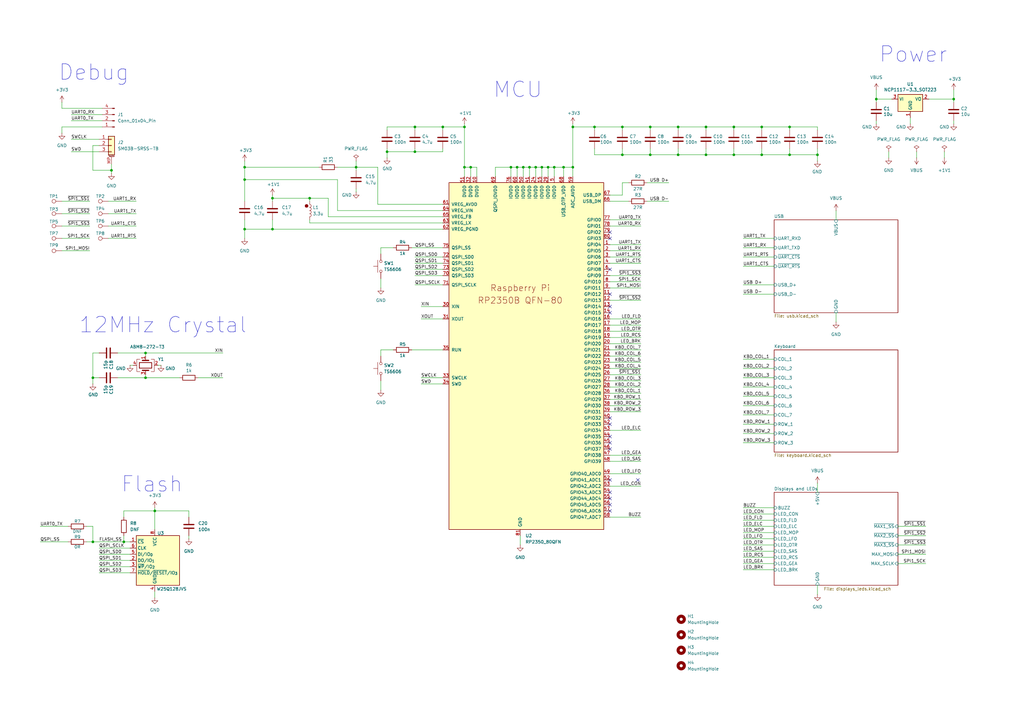
<source format=kicad_sch>
(kicad_sch (version 20250114) (generator "eeschema") (generator_version "9.0")
  (paper "A3")
  (title_block (title "Kerbal Guidance Computer") (date "2025-06-27") (rev "2.0") (company "Šťur") (comment 1 "See LICENSE file for copyright and license details."))
  (circle (center 125.73 84.455) (radius 0.635) (stroke (width 0) (color 132 0 0 1)) (fill (type color) (color 132 0 0 1)))
  (text "Debug" (at 23.876 33.528 0) (effects (font (size 6.35 6.35)) (justify left bottom)))
  (text "12MHz Crystal" (at 32.258 137.16 0) (effects (font (size 6.35 6.35)) (justify left bottom)))
  (text "Flash" (at 49.53 202.438 0) (effects (font (size 6.35 6.35)) (justify left bottom)))
  (text "MCU" (at 202.184 40.64 0) (effects (font (size 6.35 6.35)) (justify left bottom)))
  (text "Power\n" (at 360.426 26.162 0) (effects (font (size 6.35 6.35)) (justify left bottom)))
  (junction (at 193.04 68.58))
  (junction (at 63.5 209.55))
  (junction (at 278.13 52.07))
  (junction (at 227.33 68.58))
  (junction (at 312.42 52.07))
  (junction (at 231.14 68.58))
  (junction (at 209.55 68.58))
  (junction (at 266.7 52.07))
  (junction (at 224.79 68.58))
  (junction (at 289.56 52.07))
  (junction (at 323.85 63.5))
  (junction (at 127 81.28))
  (junction (at 111.76 81.28))
  (junction (at 219.71 68.58))
  (junction (at 111.76 93.98))
  (junction (at 190.5 68.58))
  (junction (at 278.13 63.5))
  (junction (at 266.7 63.5))
  (junction (at 217.17 68.58))
  (junction (at 158.75 62.23))
  (junction (at 359.41 40.64))
  (junction (at 59.69 144.78))
  (junction (at 214.63 68.58))
  (junction (at 300.99 63.5))
  (junction (at 234.95 52.07))
  (junction (at 38.1 222.25))
  (junction (at 335.28 63.5))
  (junction (at 100.33 93.98))
  (junction (at 190.5 52.07))
  (junction (at 170.18 62.23))
  (junction (at 234.95 68.58))
  (junction (at 45.72 69.85))
  (junction (at 300.99 52.07))
  (junction (at 146.05 68.58))
  (junction (at 243.84 52.07))
  (junction (at 59.69 154.94))
  (junction (at 255.27 63.5))
  (junction (at 100.33 68.58))
  (junction (at 255.27 52.07))
  (junction (at 222.25 68.58))
  (junction (at 391.16 40.64))
  (junction (at 170.18 52.07))
  (junction (at 289.56 63.5))
  (junction (at 38.1 154.94))
  (junction (at 50.8 222.25))
  (junction (at 181.61 52.07))
  (junction (at 312.42 63.5))
  (junction (at 323.85 52.07))
  (junction (at 100.33 73.66))
  (junction (at 212.09 68.58))
  (no_connect (at 250.19 120.65))
  (no_connect (at 250.19 110.49))
  (no_connect (at 250.19 196.85))
  (no_connect (at 250.19 125.73))
  (no_connect (at 250.19 173.99))
  (no_connect (at 250.19 204.47))
  (no_connect (at 250.19 209.55))
  (no_connect (at 250.19 128.27))
  (no_connect (at 250.19 171.45))
  (no_connect (at 250.19 95.25))
  (no_connect (at 250.19 181.61))
  (no_connect (at 250.19 207.01))
  (no_connect (at 250.19 184.15))
  (no_connect (at 250.19 97.79))
  (no_connect (at 261.62 196.85))
  (no_connect (at 250.19 201.93))
  (no_connect (at 250.19 179.07))
  (wire (pts (xy 59.69 146.05) (xy 59.69 144.78)))
  (wire (pts (xy 250.19 80.01) (xy 255.27 80.01)))
  (wire (pts (xy 231.14 68.58) (xy 227.33 68.58)))
  (wire (pts (xy 172.72 157.48) (xy 181.61 157.48)))
  (wire (pts (xy 77.47 212.09) (xy 77.47 209.55)))
  (wire (pts (xy 134.62 88.9) (xy 134.62 81.28)))
  (wire (pts (xy 138.43 68.58) (xy 146.05 68.58)))
  (wire (pts (xy 158.75 62.23) (xy 170.18 62.23)))
  (wire (pts (xy 304.8 223.52) (xy 317.5 223.52)))
  (wire (pts (xy 312.42 63.5) (xy 300.99 63.5)))
  (wire (pts (xy 250.19 130.81) (xy 262.89 130.81)))
  (wire (pts (xy 255.27 60.96) (xy 255.27 63.5)))
  (wire (pts (xy 170.18 116.84) (xy 181.61 116.84)))
  (wire (pts (xy 158.75 53.34) (xy 158.75 52.07)))
  (wire (pts (xy 170.18 105.41) (xy 181.61 105.41)))
  (wire (pts (xy 158.75 62.23) (xy 158.75 64.77)))
  (wire (pts (xy 250.19 102.87) (xy 262.89 102.87)))
  (wire (pts (xy 304.8 116.84) (xy 317.5 116.84)))
  (wire (pts (xy 29.21 49.53) (xy 41.91 49.53)))
  (wire (pts (xy 250.19 146.05) (xy 262.89 146.05)))
  (wire (pts (xy 278.13 53.34) (xy 278.13 52.07)))
  (wire (pts (xy 304.8 162.56) (xy 317.5 162.56)))
  (wire (pts (xy 50.8 219.71) (xy 50.8 222.25)))
  (wire (pts (xy 181.61 62.23) (xy 181.61 60.96)))
  (wire (pts (xy 25.4 52.07) (xy 25.4 54.61)))
  (wire (pts (xy 250.19 212.09) (xy 262.89 212.09)))
  (wire (pts (xy 168.91 101.6) (xy 181.61 101.6)))
  (wire (pts (xy 77.47 219.71) (xy 77.47 220.98)))
  (wire (pts (xy 250.19 133.35) (xy 262.89 133.35)))
  (wire (pts (xy 209.55 68.58) (xy 203.2 68.58)))
  (wire (pts (xy 304.8 233.68) (xy 317.5 233.68)))
  (wire (pts (xy 158.75 60.96) (xy 158.75 62.23)))
  (wire (pts (xy 255.27 53.34) (xy 255.27 52.07)))
  (wire (pts (xy 250.19 135.89) (xy 262.89 135.89)))
  (wire (pts (xy 170.18 60.96) (xy 170.18 62.23)))
  (wire (pts (xy 193.04 68.58) (xy 195.58 68.58)))
  (wire (pts (xy 265.43 82.55) (xy 274.32 82.55)))
  (wire (pts (xy 243.84 53.34) (xy 243.84 52.07)))
  (wire (pts (xy 234.95 68.58) (xy 234.95 72.39)))
  (wire (pts (xy 278.13 52.07) (xy 289.56 52.07)))
  (wire (pts (xy 243.84 52.07) (xy 255.27 52.07)))
  (wire (pts (xy 111.76 82.55) (xy 111.76 81.28)))
  (wire (pts (xy 81.28 154.94) (xy 91.44 154.94)))
  (wire (pts (xy 231.14 68.58) (xy 231.14 72.39)))
  (wire (pts (xy 234.95 52.07) (xy 243.84 52.07)))
  (wire (pts (xy 300.99 53.34) (xy 300.99 52.07)))
  (wire (pts (xy 342.9 86.36) (xy 342.9 90.17)))
  (wire (pts (xy 375.92 62.23) (xy 375.92 64.77)))
  (wire (pts (xy 190.5 68.58) (xy 190.5 72.39)))
  (wire (pts (xy 172.72 125.73) (xy 181.61 125.73)))
  (wire (pts (xy 219.71 68.58) (xy 217.17 68.58)))
  (wire (pts (xy 250.19 113.03) (xy 262.89 113.03)))
  (wire (pts (xy 222.25 68.58) (xy 222.25 72.39)))
  (wire (pts (xy 172.72 154.94) (xy 181.61 154.94)))
  (wire (pts (xy 29.21 57.15) (xy 40.64 57.15)))
  (wire (pts (xy 304.8 120.65) (xy 317.5 120.65)))
  (wire (pts (xy 266.7 53.34) (xy 266.7 52.07)))
  (wire (pts (xy 212.09 68.58) (xy 209.55 68.58)))
  (wire (pts (xy 250.19 161.29) (xy 262.89 161.29)))
  (wire (pts (xy 304.8 173.99) (xy 317.5 173.99)))
  (wire (pts (xy 63.5 242.57) (xy 63.5 245.11)))
  (wire (pts (xy 250.19 105.41) (xy 262.89 105.41)))
  (wire (pts (xy 250.19 143.51) (xy 262.89 143.51)))
  (wire (pts (xy 111.76 90.17) (xy 111.76 93.98)))
  (wire (pts (xy 100.33 68.58) (xy 130.81 68.58)))
  (wire (pts (xy 304.8 101.6) (xy 317.5 101.6)))
  (wire (pts (xy 266.7 63.5) (xy 255.27 63.5)))
  (wire (pts (xy 190.5 68.58) (xy 193.04 68.58)))
  (wire (pts (xy 250.19 163.83) (xy 262.89 163.83)))
  (wire (pts (xy 335.28 240.03) (xy 335.28 243.84)))
  (wire (pts (xy 63.5 208.28) (xy 63.5 209.55)))
  (wire (pts (xy 193.04 68.58) (xy 193.04 72.39)))
  (wire (pts (xy 217.17 68.58) (xy 217.17 72.39)))
  (wire (pts (xy 304.8 215.9) (xy 317.5 215.9)))
  (wire (pts (xy 368.3 231.14) (xy 379.73 231.14)))
  (wire (pts (xy 181.61 83.82) (xy 154.94 83.82)))
  (wire (pts (xy 181.61 52.07) (xy 190.5 52.07)))
  (wire (pts (xy 100.33 93.98) (xy 111.76 93.98)))
  (wire (pts (xy 154.94 83.82) (xy 154.94 68.58)))
  (wire (pts (xy 45.72 69.85) (xy 45.72 71.12)))
  (wire (pts (xy 35.56 215.9) (xy 38.1 215.9)))
  (wire (pts (xy 214.63 68.58) (xy 214.63 72.39)))
  (wire (pts (xy 170.18 52.07) (xy 181.61 52.07)))
  (wire (pts (xy 40.64 227.33) (xy 53.34 227.33)))
  (wire (pts (xy 250.19 186.69) (xy 262.89 186.69)))
  (wire (pts (xy 365.76 40.64) (xy 359.41 40.64)))
  (wire (pts (xy 359.41 41.91) (xy 359.41 40.64)))
  (wire (pts (xy 304.8 109.22) (xy 317.5 109.22)))
  (wire (pts (xy 304.8 158.75) (xy 317.5 158.75)))
  (wire (pts (xy 250.19 194.31) (xy 262.89 194.31)))
  (wire (pts (xy 50.8 222.25) (xy 53.34 222.25)))
  (wire (pts (xy 111.76 80.01) (xy 111.76 81.28)))
  (wire (pts (xy 234.95 68.58) (xy 231.14 68.58)))
  (wire (pts (xy 250.19 118.11) (xy 262.89 118.11)))
  (wire (pts (xy 111.76 93.98) (xy 181.61 93.98)))
  (wire (pts (xy 250.19 148.59) (xy 262.89 148.59)))
  (wire (pts (xy 40.64 144.78) (xy 38.1 144.78)))
  (wire (pts (xy 111.76 81.28) (xy 127 81.28)))
  (wire (pts (xy 138.43 73.66) (xy 138.43 86.36)))
  (wire (pts (xy 156.21 114.3) (xy 156.21 118.11)))
  (wire (pts (xy 335.28 60.96) (xy 335.28 63.5)))
  (wire (pts (xy 335.28 53.34) (xy 335.28 52.07)))
  (wire (pts (xy 168.91 143.51) (xy 181.61 143.51)))
  (wire (pts (xy 127 91.44) (xy 127 90.17)))
  (wire (pts (xy 63.5 209.55) (xy 77.47 209.55)))
  (wire (pts (xy 391.16 40.64) (xy 391.16 36.83)))
  (wire (pts (xy 250.19 107.95) (xy 262.89 107.95)))
  (wire (pts (xy 190.5 50.8) (xy 190.5 52.07)))
  (wire (pts (xy 391.16 41.91) (xy 391.16 40.64)))
  (wire (pts (xy 250.19 158.75) (xy 262.89 158.75)))
  (wire (pts (xy 170.18 53.34) (xy 170.18 52.07)))
  (wire (pts (xy 40.64 234.95) (xy 53.34 234.95)))
  (wire (pts (xy 35.56 222.25) (xy 38.1 222.25)))
  (wire (pts (xy 304.8 213.36) (xy 317.5 213.36)))
  (wire (pts (xy 304.8 220.98) (xy 317.5 220.98)))
  (wire (pts (xy 304.8 170.18) (xy 317.5 170.18)))
  (wire (pts (xy 289.56 52.07) (xy 300.99 52.07)))
  (wire (pts (xy 289.56 60.96) (xy 289.56 63.5)))
  (wire (pts (xy 156.21 101.6) (xy 156.21 104.14)))
  (wire (pts (xy 289.56 63.5) (xy 278.13 63.5)))
  (wire (pts (xy 335.28 63.5) (xy 323.85 63.5)))
  (wire (pts (xy 278.13 63.5) (xy 266.7 63.5)))
  (wire (pts (xy 217.17 68.58) (xy 214.63 68.58)))
  (wire (pts (xy 234.95 52.07) (xy 234.95 68.58)))
  (wire (pts (xy 304.8 231.14) (xy 317.5 231.14)))
  (wire (pts (xy 100.33 68.58) (xy 100.33 73.66)))
  (wire (pts (xy 44.45 87.63) (xy 55.88 87.63)))
  (wire (pts (xy 63.5 209.55) (xy 63.5 217.17)))
  (wire (pts (xy 234.95 50.8) (xy 234.95 52.07)))
  (wire (pts (xy 40.64 59.69) (xy 38.1 59.69)))
  (wire (pts (xy 170.18 107.95) (xy 181.61 107.95)))
  (wire (pts (xy 29.21 62.23) (xy 40.64 62.23)))
  (wire (pts (xy 255.27 74.93) (xy 257.81 74.93)))
  (wire (pts (xy 250.19 156.21) (xy 262.89 156.21)))
  (wire (pts (xy 146.05 78.74) (xy 146.05 77.47)))
  (wire (pts (xy 172.72 130.81) (xy 181.61 130.81)))
  (wire (pts (xy 212.09 68.58) (xy 212.09 72.39)))
  (wire (pts (xy 181.61 53.34) (xy 181.61 52.07)))
  (wire (pts (xy 300.99 52.07) (xy 312.42 52.07)))
  (wire (pts (xy 161.29 143.51) (xy 156.21 143.51)))
  (wire (pts (xy 250.19 166.37) (xy 262.89 166.37)))
  (wire (pts (xy 38.1 215.9) (xy 38.1 222.25)))
  (wire (pts (xy 203.2 68.58) (xy 203.2 72.39)))
  (wire (pts (xy 100.33 90.17) (xy 100.33 93.98)))
  (wire (pts (xy 45.72 67.31) (xy 45.72 69.85)))
  (wire (pts (xy 250.19 138.43) (xy 262.89 138.43)))
  (wire (pts (xy 227.33 68.58) (xy 224.79 68.58)))
  (wire (pts (xy 134.62 81.28) (xy 127 81.28)))
  (wire (pts (xy 304.8 154.94) (xy 317.5 154.94)))
  (wire (pts (xy 266.7 52.07) (xy 278.13 52.07)))
  (wire (pts (xy 100.33 93.98) (xy 100.33 97.79)))
  (wire (pts (xy 138.43 86.36) (xy 181.61 86.36)))
  (wire (pts (xy 214.63 68.58) (xy 212.09 68.58)))
  (wire (pts (xy 250.19 151.13) (xy 262.89 151.13)))
  (wire (pts (xy 304.8 97.79) (xy 317.5 97.79)))
  (wire (pts (xy 304.8 218.44) (xy 317.5 218.44)))
  (wire (pts (xy 227.33 68.58) (xy 227.33 72.39)))
  (wire (pts (xy 250.19 189.23) (xy 262.89 189.23)))
  (wire (pts (xy 64.77 149.86) (xy 66.04 149.86)))
  (wire (pts (xy 44.45 97.79) (xy 55.88 97.79)))
  (wire (pts (xy 304.8 105.41) (xy 317.5 105.41)))
  (wire (pts (xy 387.35 62.23) (xy 387.35 64.77)))
  (wire (pts (xy 53.34 149.86) (xy 54.61 149.86)))
  (wire (pts (xy 250.19 176.53) (xy 262.89 176.53)))
  (wire (pts (xy 40.64 154.94) (xy 38.1 154.94)))
  (wire (pts (xy 323.85 52.07) (xy 335.28 52.07)))
  (wire (pts (xy 243.84 60.96) (xy 243.84 63.5)))
  (wire (pts (xy 158.75 52.07) (xy 170.18 52.07)))
  (wire (pts (xy 50.8 209.55) (xy 63.5 209.55)))
  (wire (pts (xy 250.19 90.17) (xy 262.89 90.17)))
  (wire (pts (xy 25.4 97.79) (xy 36.83 97.79)))
  (wire (pts (xy 250.19 140.97) (xy 262.89 140.97)))
  (wire (pts (xy 25.4 102.87) (xy 36.83 102.87)))
  (wire (pts (xy 40.64 232.41) (xy 53.34 232.41)))
  (wire (pts (xy 312.42 52.07) (xy 323.85 52.07)))
  (wire (pts (xy 255.27 52.07) (xy 266.7 52.07)))
  (wire (pts (xy 38.1 154.94) (xy 38.1 157.48)))
  (wire (pts (xy 100.33 73.66) (xy 138.43 73.66)))
  (wire (pts (xy 278.13 60.96) (xy 278.13 63.5)))
  (wire (pts (xy 219.71 68.58) (xy 219.71 72.39)))
  (wire (pts (xy 48.26 154.94) (xy 59.69 154.94)))
  (wire (pts (xy 250.19 115.57) (xy 262.89 115.57)))
  (wire (pts (xy 359.41 36.83) (xy 359.41 40.64)))
  (wire (pts (xy 127 81.28) (xy 127 82.55)))
  (wire (pts (xy 25.4 44.45) (xy 25.4 41.91)))
  (wire (pts (xy 38.1 59.69) (xy 38.1 69.85)))
  (wire (pts (xy 154.94 68.58) (xy 146.05 68.58)))
  (wire (pts (xy 222.25 68.58) (xy 219.71 68.58)))
  (wire (pts (xy 335.28 198.12) (xy 335.28 201.93)))
  (wire (pts (xy 323.85 53.34) (xy 323.85 52.07)))
  (wire (pts (xy 304.8 151.13) (xy 317.5 151.13)))
  (wire (pts (xy 289.56 53.34) (xy 289.56 52.07)))
  (wire (pts (xy 44.45 82.55) (xy 55.88 82.55)))
  (wire (pts (xy 127 91.44) (xy 181.61 91.44)))
  (wire (pts (xy 25.4 44.45) (xy 41.91 44.45)))
  (wire (pts (xy 381 40.64) (xy 391.16 40.64)))
  (wire (pts (xy 368.3 219.71) (xy 379.73 219.71)))
  (wire (pts (xy 335.28 63.5) (xy 335.28 66.04)))
  (wire (pts (xy 40.64 224.79) (xy 53.34 224.79)))
  (wire (pts (xy 38.1 222.25) (xy 50.8 222.25)))
  (wire (pts (xy 250.19 100.33) (xy 262.89 100.33)))
  (wire (pts (xy 304.8 228.6) (xy 317.5 228.6)))
  (wire (pts (xy 300.99 63.5) (xy 289.56 63.5)))
  (wire (pts (xy 44.45 92.71) (xy 55.88 92.71)))
  (wire (pts (xy 25.4 87.63) (xy 36.83 87.63)))
  (wire (pts (xy 29.21 46.99) (xy 41.91 46.99)))
  (wire (pts (xy 304.8 210.82) (xy 317.5 210.82)))
  (wire (pts (xy 265.43 74.93) (xy 274.32 74.93)))
  (wire (pts (xy 195.58 68.58) (xy 195.58 72.39)))
  (wire (pts (xy 368.3 227.33) (xy 379.73 227.33)))
  (wire (pts (xy 342.9 128.27) (xy 342.9 132.08)))
  (wire (pts (xy 300.99 60.96) (xy 300.99 63.5)))
  (wire (pts (xy 190.5 52.07) (xy 190.5 68.58)))
  (wire (pts (xy 266.7 60.96) (xy 266.7 63.5)))
  (wire (pts (xy 255.27 63.5) (xy 243.84 63.5)))
  (wire (pts (xy 50.8 212.09) (xy 50.8 209.55)))
  (wire (pts (xy 250.19 82.55) (xy 257.81 82.55)))
  (wire (pts (xy 59.69 144.78) (xy 91.44 144.78)))
  (wire (pts (xy 255.27 80.01) (xy 255.27 74.93)))
  (wire (pts (xy 323.85 63.5) (xy 312.42 63.5)))
  (wire (pts (xy 373.38 48.26) (xy 373.38 50.8)))
  (wire (pts (xy 224.79 68.58) (xy 222.25 68.58)))
  (wire (pts (xy 304.8 226.06) (xy 317.5 226.06)))
  (wire (pts (xy 38.1 69.85) (xy 45.72 69.85)))
  (wire (pts (xy 40.64 229.87) (xy 53.34 229.87)))
  (wire (pts (xy 359.41 49.53) (xy 359.41 50.8)))
  (wire (pts (xy 391.16 49.53) (xy 391.16 50.8)))
  (wire (pts (xy 170.18 113.03) (xy 181.61 113.03)))
  (wire (pts (xy 100.33 73.66) (xy 100.33 82.55)))
  (wire (pts (xy 304.8 166.37) (xy 317.5 166.37)))
  (wire (pts (xy 209.55 68.58) (xy 209.55 72.39)))
  (wire (pts (xy 250.19 123.19) (xy 262.89 123.19)))
  (wire (pts (xy 146.05 66.04) (xy 146.05 68.58)))
  (wire (pts (xy 59.69 154.94) (xy 73.66 154.94)))
  (wire (pts (xy 368.3 223.52) (xy 379.73 223.52)))
  (wire (pts (xy 100.33 66.04) (xy 100.33 68.58)))
  (wire (pts (xy 25.4 92.71) (xy 36.83 92.71)))
  (wire (pts (xy 38.1 144.78) (xy 38.1 154.94)))
  (wire (pts (xy 213.36 219.71) (xy 213.36 223.52)))
  (wire (pts (xy 304.8 208.28) (xy 317.5 208.28)))
  (wire (pts (xy 59.69 153.67) (xy 59.69 154.94)))
  (wire (pts (xy 250.19 168.91) (xy 262.89 168.91)))
  (wire (pts (xy 134.62 88.9) (xy 181.61 88.9)))
  (wire (pts (xy 161.29 101.6) (xy 156.21 101.6)))
  (wire (pts (xy 250.19 153.67) (xy 262.89 153.67)))
  (wire (pts (xy 250.19 92.71) (xy 262.89 92.71)))
  (wire (pts (xy 16.51 215.9) (xy 27.94 215.9)))
  (wire (pts (xy 156.21 156.21) (xy 156.21 160.02)))
  (wire (pts (xy 304.8 147.32) (xy 317.5 147.32)))
  (wire (pts (xy 16.51 222.25) (xy 27.94 222.25)))
  (wire (pts (xy 304.8 181.61) (xy 317.5 181.61)))
  (wire (pts (xy 48.26 144.78) (xy 59.69 144.78)))
  (wire (pts (xy 156.21 143.51) (xy 156.21 146.05)))
  (wire (pts (xy 25.4 82.55) (xy 36.83 82.55)))
  (wire (pts (xy 304.8 177.8) (xy 317.5 177.8)))
  (wire (pts (xy 170.18 110.49) (xy 181.61 110.49)))
  (wire (pts (xy 364.49 62.23) (xy 364.49 64.77)))
  (wire (pts (xy 312.42 60.96) (xy 312.42 63.5)))
  (wire (pts (xy 170.18 62.23) (xy 181.61 62.23)))
  (wire (pts (xy 224.79 72.39) (xy 224.79 68.58)))
  (wire (pts (xy 146.05 68.58) (xy 146.05 69.85)))
  (wire (pts (xy 25.4 52.07) (xy 41.91 52.07)))
  (wire (pts (xy 250.19 199.39) (xy 262.89 199.39)))
  (wire (pts (xy 323.85 60.96) (xy 323.85 63.5)))
  (wire (pts (xy 368.3 215.9) (xy 379.73 215.9)))
  (wire (pts (xy 312.42 53.34) (xy 312.42 52.07)))
  (label "UART0_TX" (at 29.21 49.53 0))
  (label "UART1_CTS" (at 262.89 107.95 180))
  (label "KBD_COL_7" (at 304.8 170.18 0))
  (label "UART1_RTS" (at 304.8 105.41 0))
  (label "~{SPI1_SS1}" (at 36.83 82.55 180))
  (label "SPI1_MOSI" (at 262.89 118.11 180))
  (label "UART1_RX" (at 262.89 102.87 180))
  (label "LED_OTR" (at 262.89 135.89 180))
  (label "QSPI_SD3" (at 40.64 234.95 0))
  (label "SWCLK" (at 29.21 57.15 0))
  (label "LED_FLD" (at 304.8 213.36 0))
  (label "QSPI_SD2" (at 170.18 110.49 0))
  (label "LED_ELC" (at 304.8 215.9 0))
  (label "LED_CON" (at 304.8 210.82 0))
  (label "SWCLK" (at 172.72 154.94 0))
  (label "~{SPI1_SS2}" (at 379.73 219.71 180))
  (label "LED_OTR" (at 304.8 223.52 0))
  (label "KBD_ROW_3" (at 262.89 168.91 180))
  (label "QSPI_SS" (at 16.51 222.25 0))
  (label "LED_RCS" (at 262.89 138.43 180))
  (label "SWD" (at 29.21 62.23 0))
  (label "QSPI_SD2" (at 40.64 232.41 0))
  (label "KBD_COL_3" (at 262.89 156.21 180))
  (label "LED_RCS" (at 304.8 228.6 0))
  (label "USB D+" (at 274.32 74.93 180))
  (label "SPI1_SCK" (at 379.73 231.14 180))
  (label "~{SPI1_SS2}" (at 36.83 87.63 180))
  (label "KBD_COL_6" (at 262.89 146.05 180))
  (label "LED_CON" (at 262.89 199.39 180))
  (label "KBD_COL_5" (at 262.89 148.59 180))
  (label "SPI1_SCK" (at 262.89 115.57 180))
  (label "XIN" (at 91.44 144.78 180))
  (label "LED_GEA" (at 304.8 231.14 0))
  (label "KBD_ROW_1" (at 304.8 173.99 0))
  (label "LED_LFO" (at 262.89 194.31 180))
  (label "KBD_COL_3" (at 304.8 154.94 0))
  (label "KBD_COL_1" (at 304.8 147.32 0))
  (label "LED_LFO" (at 304.8 220.98 0))
  (label "~{SPI1_SS1}" (at 379.73 215.9 180))
  (label "LED_SAS" (at 262.89 189.23 180))
  (label "QSPI_SD3" (at 170.18 113.03 0))
  (label "LED_FLD" (at 262.89 130.81 180))
  (label "SWD" (at 172.72 157.48 0))
  (label "LED_ELC" (at 262.89 176.53 180))
  (label "KBD_ROW_3" (at 304.8 181.61 0))
  (label "~{SPI1_SS3}" (at 36.83 92.71 180))
  (label "XOUT" (at 91.44 154.94 180))
  (label "LED_MOP" (at 262.89 133.35 180))
  (label "UART1_CTS" (at 304.8 109.22 0))
  (label "UART1_CTS" (at 55.88 92.71 180))
  (label "UART0_TX" (at 262.89 90.17 180))
  (label "UART1_RTS" (at 55.88 97.79 180))
  (label "KBD_COL_2" (at 304.8 151.13 0))
  (label "XIN" (at 172.72 125.73 0))
  (label "UART1_RX" (at 304.8 101.6 0))
  (label "XOUT" (at 172.72 130.81 0))
  (label "UART1_RTS" (at 262.89 105.41 180))
  (label "KBD_ROW_2" (at 262.89 166.37 180))
  (label "LED_GEA" (at 262.89 186.69 180))
  (label "LED_SAS" (at 304.8 226.06 0))
  (label "KBD_COL_5" (at 304.8 162.56 0))
  (label "QSPI_SCLK" (at 40.64 224.79 0))
  (label "BUZZ" (at 304.8 208.28 0))
  (label "~{SPI1_SS3}" (at 379.73 223.52 180))
  (label "BUZZ" (at 262.89 212.09 180))
  (label "~{SPI1_SS1}" (at 262.89 153.67 180))
  (label "SPI1_SCK" (at 36.83 97.79 180))
  (label "QSPI_SD0" (at 170.18 105.41 0))
  (label "UART1_RX" (at 55.88 82.55 180))
  (label "QSPI_SCLK" (at 170.18 116.84 0))
  (label "LED_BRK" (at 304.8 233.68 0))
  (label "QSPI_SD1" (at 40.64 229.87 0))
  (label "KBD_ROW_1" (at 262.89 163.83 180))
  (label "SPI1_MOSI" (at 36.83 102.87 180))
  (label "FLASH_SS" (at 40.64 222.25 0))
  (label "QSPI_SD1" (at 170.18 107.95 0))
  (label "UART1_TX" (at 262.89 100.33 180))
  (label "UART1_TX" (at 304.8 97.79 0))
  (label "UART0_TX" (at 16.51 215.9 0))
  (label "UART0_RX" (at 262.89 92.71 180))
  (label "SPI1_MOSI" (at 379.73 227.33 180))
  (label "KBD_COL_4" (at 304.8 158.75 0))
  (label "~{SPI1_SS2}" (at 262.89 123.19 180))
  (label "USB D-" (at 274.32 82.55 180))
  (label "KBD_COL_1" (at 262.89 161.29 180))
  (label "UART1_TX" (at 55.88 87.63 180))
  (label "KBD_COL_7" (at 262.89 143.51 180))
  (label "~{SPI1_SS3}" (at 262.89 113.03 180))
  (label "LED_MOP" (at 304.8 218.44 0))
  (label "KBD_ROW_2" (at 304.8 177.8 0))
  (label "USB D+" (at 304.8 116.84 0))
  (label "KBD_COL_4" (at 262.89 151.13 180))
  (label "LED_BRK" (at 262.89 140.97 180))
  (label "QSPI_SS" (at 170.18 101.6 0))
  (label "KBD_COL_2" (at 262.89 158.75 180))
  (label "UART0_RX" (at 29.21 46.99 0))
  (label "KBD_COL_6" (at 304.8 166.37 0))
  (label "USB D-" (at 304.8 120.65 0))
  (label "QSPI_SD0" (at 40.64 227.33 0))
  (symbol (lib_id "Device:C") (at 266.7 57.15 0) (unit 1)
    (property "Reference" "C8" (at 269.621 55.9816 0) (effects (justify left)))
    (property "Value" "100n" (at 269.621 58.293 0) (effects (justify left)))
    (property "Footprint" "Capacitor_SMD:C_0603_1608Metric_Pad1.08x0.95mm_HandSolder" (effects (hide yes)))
    (property "Description" "Unpolarized capacitor" (effects (hide yes)))
  )
  (symbol (lib_id "Device:C") (at 278.13 57.15 0) (unit 1)
    (property "Reference" "C9" (at 281.051 55.9816 0) (effects (justify left)))
    (property "Value" "100n" (at 281.051 58.293 0) (effects (justify left)))
    (property "Footprint" "Capacitor_SMD:C_0603_1608Metric_Pad1.08x0.95mm_HandSolder" (effects (hide yes)))
    (property "Description" "Unpolarized capacitor" (effects (hide yes)))
  )
  (symbol (lib_id "Device:C") (at 289.56 57.15 0) (unit 1)
    (property "Reference" "C10" (at 292.481 55.9816 0) (effects (justify left)))
    (property "Value" "100n" (at 292.481 58.293 0) (effects (justify left)))
    (property "Footprint" "Capacitor_SMD:C_0603_1608Metric_Pad1.08x0.95mm_HandSolder" (effects (hide yes)))
    (property "Description" "Unpolarized capacitor" (effects (hide yes)))
  )
  (symbol (lib_id "Device:C") (at 300.99 57.15 0) (unit 1)
    (property "Reference" "C11" (at 303.911 55.9816 0) (effects (justify left)))
    (property "Value" "100n" (at 303.911 58.293 0) (effects (justify left)))
    (property "Footprint" "Capacitor_SMD:C_0603_1608Metric_Pad1.08x0.95mm_HandSolder" (effects (hide yes)))
    (property "Description" "Unpolarized capacitor" (effects (hide yes)))
  )
  (symbol (lib_id "Device:C") (at 312.42 57.15 0) (unit 1)
    (property "Reference" "C12" (at 315.341 55.9816 0) (effects (justify left)))
    (property "Value" "100n" (at 315.341 58.293 0) (effects (justify left)))
    (property "Footprint" "Capacitor_SMD:C_0603_1608Metric_Pad1.08x0.95mm_HandSolder" (effects (hide yes)))
    (property "Description" "Unpolarized capacitor" (effects (hide yes)))
  )
  (symbol (lib_id "Device:C") (at 323.85 57.15 0) (unit 1)
    (property "Reference" "C13" (at 326.771 55.9816 0) (effects (justify left)))
    (property "Value" "100n" (at 326.771 58.293 0) (effects (justify left)))
    (property "Footprint" "Capacitor_SMD:C_0603_1608Metric_Pad1.08x0.95mm_HandSolder" (effects (hide yes)))
    (property "Description" "Unpolarized capacitor" (effects (hide yes)))
  )
  (symbol (lib_id "Device:Crystal_GND24") (at 59.69 149.86 270) (unit 1)
    (property "Reference" "Y1" (at 64.77 147.32 90) (effects (justify left)))
    (property "Value" "ABM8-272-T3" (at 53.34 142.24 90) (effects (justify left)))
    (property "Footprint" "Crystal:Crystal_SMD_3225-4Pin_3.2x2.5mm" (effects (hide yes)))
    (property "Description" "Four pin crystal, GND on pins 2 and 4" (effects (hide yes)))
    (property "LCSC" "C20625731" (effects (hide yes)))
  )
  (symbol (lib_id "Device:C") (at 44.45 154.94 270) (unit 1)
    (property "Reference" "C19" (at 45.6184 157.861 0) (effects (justify left)))
    (property "Value" "15p" (at 43.307 157.861 0) (effects (justify left)))
    (property "Footprint" "Capacitor_SMD:C_0603_1608Metric_Pad1.08x0.95mm_HandSolder" (effects (hide yes)))
    (property "Description" "Unpolarized capacitor" (effects (hide yes)))
  )
  (symbol (lib_id "Device:R") (at 165.1 101.6 90) (unit 1)
    (property "Reference" "R4" (at 165.1 99.314 90))
    (property "Value" "1k" (at 165.1 103.886 90))
    (property "Footprint" "Resistor_SMD:R_0603_1608Metric_Pad0.98x0.95mm_HandSolder" (effects (hide yes)))
    (property "Description" "Resistor" (effects (hide yes)))
  )
  (symbol (lib_id "power:GND") (at 146.05 78.74 0) (unit 1)
    (property "Reference" "#PWR017" (effects (hide yes)))
    (property "Value" "GND" (at 142.24 80.01 0))
    (property "Description" "Power symbol creates a global label with name \"GND\" , ground" (effects (hide yes)))
  )
  (symbol (lib_id "power:+3V3") (at 63.5 208.28 0) (unit 1)
    (property "Reference" "#PWR028" (effects (hide yes)))
    (property "Value" "+3V3" (at 63.5 203.2 0))
    (property "Description" "Power symbol creates a global label with name \"+3V3\"" (effects (hide yes)))
  )
  (symbol (lib_id "Connector:TestPoint") (at 25.4 82.55 90) (unit 1)
    (property "Reference" "TP1" (at 22.098 80.518 90))
    (property "Value" "TestPoint" (effects (hide yes)))
    (property "Footprint" "TestPoint:TestPoint_Plated_Hole_D2.0mm" (effects (hide yes)))
    (property "Description" "test point" (effects (hide yes)))
  )
  (symbol (lib_id "Memory_Flash:W25Q128JVS") (at 63.5 229.87 0) (unit 1)
    (property "Reference" "U3" (at 64.516 218.694 0) (effects (justify left)))
    (property "Value" "W25Q128JVS" (at 64.262 241.554 0) (effects (justify left)))
    (property "Footprint" "Package_SO:SOIC-8_5.3x5.3mm_P1.27mm" (effects (hide yes)))
    (property "Datasheet" "https://www.winbond.com/resource-files/w25q128jv_dtr%20revc%2003272018%20plus.pdf" (effects (hide yes)))
    (property "Description" "128Mbit / 16MiB Serial Flash Memory, Standard/Dual/Quad SPI, 2.7-3.6V, SOIC-8" (effects (hide yes)))
    (property "LCSC" "C97521" (effects (hide yes)))
  )
  (symbol (lib_id "Device:C") (at 243.84 57.15 0) (unit 1)
    (property "Reference" "C6" (at 246.126 55.9816 0) (effects (justify left)))
    (property "Value" "100n" (at 246.126 58.293 0) (effects (justify left)))
    (property "Footprint" "Capacitor_SMD:C_0603_1608Metric_Pad1.08x0.95mm_HandSolder" (effects (hide yes)))
    (property "Description" "Unpolarized capacitor" (effects (hide yes)))
  )
  (symbol (lib_id "power:GND") (at 66.04 149.86 0) (unit 1)
    (property "Reference" "#PWR024" (effects (hide yes)))
    (property "Value" "GND" (at 69.85 151.13 0))
    (property "Description" "Power symbol creates a global label with name \"GND\" , ground" (effects (hide yes)))
  )
  (symbol (lib_id "power:GND") (at 45.72 71.12 0) (unit 1)
    (property "Reference" "#PWR016" (effects (hide yes)))
    (property "Value" "GND" (at 45.72 76.2 0))
    (property "Description" "Power symbol creates a global label with name \"GND\" , ground" (effects (hide yes)))
  )
  (symbol (lib_id "power:GND") (at 63.5 245.11 0) (unit 1)
    (property "Reference" "#PWR033" (effects (hide yes)))
    (property "Value" "GND" (at 63.5 250.19 0))
    (property "Description" "Power symbol creates a global label with name \"GND\" , ground" (effects (hide yes)))
  )
  (symbol (lib_id "Mechanical:MountingHole") (at 279.4 266.7 0) (unit 1) (in_bom no)
    (property "Reference" "H3" (at 281.94 265.4299 0) (effects (justify left)))
    (property "Value" "MountingHole" (at 281.94 267.9699 0) (effects (justify left)))
    (property "Footprint" "MountingHole:MountingHole_3.2mm_M3" (effects (hide yes)))
    (property "Description" "Mounting Hole without connection" (effects (hide yes)))
  )
  (symbol (lib_id "Device:C") (at 335.28 57.15 0) (unit 1)
    (property "Reference" "C14" (at 338.201 55.9816 0) (effects (justify left)))
    (property "Value" "100n" (at 338.201 58.293 0) (effects (justify left)))
    (property "Footprint" "Capacitor_SMD:C_0603_1608Metric_Pad1.08x0.95mm_HandSolder" (effects (hide yes)))
    (property "Description" "Unpolarized capacitor" (effects (hide yes)))
  )
  (symbol (lib_id "Device:C") (at 255.27 57.15 0) (unit 1)
    (property "Reference" "C7" (at 258.191 55.9816 0) (effects (justify left)))
    (property "Value" "100n" (at 258.191 58.293 0) (effects (justify left)))
    (property "Footprint" "Capacitor_SMD:C_0603_1608Metric_Pad1.08x0.95mm_HandSolder" (effects (hide yes)))
    (property "Description" "Unpolarized capacitor" (effects (hide yes)))
  )
  (symbol (lib_id "Device:R") (at 165.1 143.51 90) (unit 1)
    (property "Reference" "R5" (at 165.1 141.224 90))
    (property "Value" "1k" (at 165.1 145.796 90))
    (property "Footprint" "Resistor_SMD:R_0603_1608Metric_Pad0.98x0.95mm_HandSolder" (effects (hide yes)))
    (property "Description" "Resistor" (effects (hide yes)))
  )
  (symbol (lib_id "power:GND") (at 53.34 149.86 0) (unit 1)
    (property "Reference" "#PWR023" (effects (hide yes)))
    (property "Value" "GND" (at 49.53 151.13 0))
    (property "Description" "Power symbol creates a global label with name \"GND\" , ground" (effects (hide yes)))
  )
  (symbol (lib_id "Mechanical:MountingHole") (at 279.4 260.35 0) (unit 1) (in_bom no)
    (property "Reference" "H2" (at 281.94 259.0799 0) (effects (justify left)))
    (property "Value" "MountingHole" (at 281.94 261.6199 0) (effects (justify left)))
    (property "Footprint" "MountingHole:MountingHole_3.2mm_M3" (effects (hide yes)))
    (property "Description" "Mounting Hole without connection" (effects (hide yes)))
  )
  (symbol (lib_id "power:PWR_FLAG") (at 364.49 62.23 0) (unit 1)
    (property "Reference" "#FLG01" (effects (hide yes)))
    (property "Value" "PWR_FLAG" (at 364.49 57.15 0))
    (property "Description" "Special symbol for telling ERC where power comes from" (effects (hide yes)))
  )
  (symbol (lib_id "power:GND") (at 335.28 243.84 0) (unit 1)
    (property "Reference" "#PWR032" (effects (hide yes)))
    (property "Value" "GND" (at 335.28 248.92 0))
    (property "Description" "Power symbol creates a global label with name \"GND\" , ground" (effects (hide yes)))
  )
  (symbol (lib_id "Device:L") (at 127 86.36 0) (unit 1)
    (property "Reference" "L1" (at 128.27 85.09 0) (effects (justify left)))
    (property "Value" "3.3u" (at 128.27 87.63 0) (effects (justify left)))
    (property "Footprint" "RP2350_80QFN:L_pol_2016" (effects (hide yes)))
    (property "Description" "Inductor" (effects (hide yes)))
  )
  (symbol (lib_id "Connector:TestPoint") (at 25.4 92.71 90) (unit 1)
    (property "Reference" "TP5" (at 22.098 90.932 90))
    (property "Value" "TestPoint" (effects (hide yes)))
    (property "Footprint" "TestPoint:TestPoint_Plated_Hole_D2.0mm" (effects (hide yes)))
    (property "Description" "test point" (effects (hide yes)))
  )
  (symbol (lib_id "Connector:TestPoint") (at 44.45 87.63 90) (unit 1)
    (property "Reference" "TP4" (at 41.148 85.598 90))
    (property "Value" "TestPoint" (effects (hide yes)))
    (property "Footprint" "TestPoint:TestPoint_Plated_Hole_D2.0mm" (effects (hide yes)))
    (property "Description" "test point" (effects (hide yes)))
  )
  (symbol (lib_id "Connector:TestPoint") (at 44.45 82.55 90) (unit 1)
    (property "Reference" "TP2" (at 41.148 80.518 90))
    (property "Value" "TestPoint" (effects (hide yes)))
    (property "Footprint" "TestPoint:TestPoint_Plated_Hole_D2.0mm" (effects (hide yes)))
    (property "Description" "test point" (effects (hide yes)))
  )
  (symbol (lib_id "power:+3V3") (at 25.4 41.91 0) (unit 1)
    (property "Reference" "#PWR03" (effects (hide yes)))
    (property "Value" "+3V3" (at 25.4 36.83 0))
    (property "Description" "Power symbol creates a global label with name \"+3V3\"" (effects (hide yes)))
  )
  (symbol (lib_id "Device:C") (at 77.47 215.9 0) (unit 1)
    (property "Reference" "C20" (at 81.28 214.6299 0) (effects (justify left)))
    (property "Value" "100n" (at 81.28 217.1699 0) (effects (justify left)))
    (property "Footprint" "Capacitor_SMD:C_0603_1608Metric_Pad1.08x0.95mm_HandSolder" (effects (hide yes)))
    (property "Description" "Unpolarized capacitor" (effects (hide yes)))
  )
  (symbol (lib_id "power:GND") (at 342.9 132.08 0) (unit 1)
    (property "Reference" "#PWR022" (effects (hide yes)))
    (property "Value" "GND" (at 342.9 137.16 0))
    (property "Description" "Power symbol creates a global label with name \"GND\" , ground" (effects (hide yes)))
  )
  (symbol (lib_id "MCU_RaspberryPi_RP2350:RP2350_80QFN") (at 213.36 123.19 0) (unit 1)
    (property "Reference" "U2" (at 215.5033 219.71 0) (effects (justify left)))
    (property "Value" "RP2350_80QFN" (at 215.5033 222.25 0) (effects (justify left)))
    (property "Footprint" "RP2350_80QFN:RP2350-QFN-80-1EP_10x10_P0.4mm_EP3.4x3.4mm_ThermalVias" (effects (hide yes)))
    (property "LCSC" "C42415655" (effects (hide yes)))
  )
  (symbol (lib_id "power:GND") (at 77.47 220.98 0) (unit 1)
    (property "Reference" "#PWR029" (effects (hide yes)))
    (property "Value" "GND" (at 77.47 226.06 0))
    (property "Description" "Power symbol creates a global label with name \"GND\" , ground" (effects (hide yes)))
  )
  (symbol (lib_id "Connector:Conn_01x04_Pin") (at 46.99 49.53 180) (unit 1)
    (property "Reference" "J1" (at 48.26 46.9899 0) (effects (justify right)))
    (property "Value" "Conn_01x04_Pin" (at 48.26 49.5299 0) (effects (justify right)))
    (property "Footprint" "Connector_PinHeader_2.54mm:PinHeader_1x04_P2.54mm_Horizontal" (effects (hide yes)))
    (property "Description" "Generic connector, single row, 01x04, script generated" (effects (hide yes)))
  )
  (symbol (lib_id "Device:R") (at 261.62 82.55 90) (unit 1)
    (property "Reference" "R3" (at 261.62 80.01 90))
    (property "Value" "27R" (at 261.62 85.09 90))
    (property "Footprint" "Resistor_SMD:R_0603_1608Metric_Pad0.98x0.95mm_HandSolder" (effects (hide yes)))
    (property "Description" "Resistor" (effects (hide yes)))
  )
  (symbol (lib_id "power:GND") (at 373.38 50.8 0) (unit 1)
    (property "Reference" "#PWR07" (effects (hide yes)))
    (property "Value" "GND" (at 369.57 52.07 0))
    (property "Description" "Power symbol creates a global label with name \"GND\" , ground" (effects (hide yes)))
  )
  (symbol (lib_id "power:+1V1") (at 387.35 64.77 180) (unit 1)
    (property "Reference" "#PWR013" (effects (hide yes)))
    (property "Value" "+1V1" (at 387.35 69.85 0))
    (property "Description" "Power symbol creates a global label with name \"+1V1\"" (effects (hide yes)))
  )
  (symbol (lib_id "power:VBUS") (at 375.92 64.77 180) (unit 1)
    (property "Reference" "#PWR012" (effects (hide yes)))
    (property "Value" "VBUS" (at 375.92 69.85 0))
    (property "Description" "Power symbol creates a global label with name \"VBUS\"" (effects (hide yes)))
  )
  (symbol (lib_id "power:+1V1") (at 111.76 80.01 0) (unit 1)
    (property "Reference" "#PWR018" (effects (hide yes)))
    (property "Value" "+1V1" (at 112.141 75.6158 0))
    (property "Description" "Power symbol creates a global label with name \"+1V1\"" (effects (hide yes)))
  )
  (symbol (lib_id "power:+3V3") (at 100.33 66.04 0) (unit 1)
    (property "Reference" "#PWR014" (effects (hide yes)))
    (property "Value" "+3V3" (at 100.711 61.6458 0))
    (property "Description" "Power symbol creates a global label with name \"+3V3\"" (effects (hide yes)))
  )
  (symbol (lib_id "Switch:SW_Push") (at 156.21 109.22 90) (unit 1)
    (property "Reference" "SW1" (at 157.48 107.9499 90) (effects (justify right)))
    (property "Value" "TS6606" (at 157.48 110.4899 90) (effects (justify right)))
    (property "Footprint" "Button_Switch_THT:SW_Tactile_SKHH_Angled" (effects (hide yes)))
    (property "Description" "Push button switch, generic, two pins" (effects (hide yes)))
  )
  (symbol (lib_id "Regulator_Linear:NCP1117-3.3_SOT223") (at 373.38 40.64 0) (unit 1)
    (property "Reference" "U1" (at 373.38 34.4932 0))
    (property "Value" "NCP1117-3.3_SOT223" (at 373.38 36.8046 0))
    (property "Footprint" "Package_TO_SOT_SMD:SOT-223-3_TabPin2" (effects (hide yes)))
    (property "Datasheet" "http://www.onsemi.com/pub_link/Collateral/NCP1117-D.PDF" (effects (hide yes)))
    (property "Description" "1A Low drop-out regulator, Fixed Output 3.3V, SOT-223" (effects (hide yes)))
    (property "LCSC" "C26537" (effects (hide yes)))
  )
  (symbol (lib_id "power:+3V3") (at 391.16 36.83 0) (unit 1)
    (property "Reference" "#PWR02" (effects (hide yes)))
    (property "Value" "+3V3" (at 391.541 32.4358 0))
    (property "Description" "Power symbol creates a global label with name \"+3V3\"" (effects (hide yes)))
  )
  (symbol (lib_id "power:GND") (at 156.21 118.11 0) (unit 1)
    (property "Reference" "#PWR021" (effects (hide yes)))
    (property "Value" "GND" (at 156.21 123.19 0))
    (property "Description" "Power symbol creates a global label with name \"GND\" , ground" (effects (hide yes)))
  )
  (symbol (lib_id "power:PWR_FLAG") (at 387.35 62.23 0) (unit 1)
    (property "Reference" "#FLG03" (effects (hide yes)))
    (property "Value" "PWR_FLAG" (at 387.35 57.15 0))
    (property "Description" "Special symbol for telling ERC where power comes from" (effects (hide yes)))
  )
  (symbol (lib_id "power:GND") (at 335.28 66.04 0) (mirror y) (unit 1)
    (property "Reference" "#PWR015" (effects (hide yes)))
    (property "Value" "GND" (at 335.153 70.4342 0))
    (property "Description" "Power symbol creates a global label with name \"GND\" , ground" (effects (hide yes)))
  )
  (symbol (lib_id "Device:R") (at 31.75 222.25 90) (unit 1)
    (property "Reference" "R9" (at 31.75 220.218 90))
    (property "Value" "0R" (at 31.75 224.282 90))
    (property "Footprint" "Resistor_SMD:R_0603_1608Metric_Pad0.98x0.95mm_HandSolder" (effects (hide yes)))
    (property "Description" "Resistor" (effects (hide yes)))
  )
  (symbol (lib_id "Connector:TestPoint") (at 44.45 92.71 90) (unit 1)
    (property "Reference" "TP6" (at 41.148 90.678 90))
    (property "Value" "TestPoint" (effects (hide yes)))
    (property "Footprint" "TestPoint:TestPoint_Plated_Hole_D2.0mm" (effects (hide yes)))
    (property "Description" "test point" (effects (hide yes)))
  )
  (symbol (lib_id "Device:C") (at 359.41 45.72 0) (unit 1)
    (property "Reference" "C1" (at 362.331 44.5516 0) (effects (justify left)))
    (property "Value" "10u" (at 362.331 46.863 0) (effects (justify left)))
    (property "Footprint" "Capacitor_SMD:C_0603_1608Metric_Pad1.08x0.95mm_HandSolder" (effects (hide yes)))
    (property "Description" "Unpolarized capacitor" (effects (hide yes)))
  )
  (symbol (lib_id "Device:C") (at 146.05 73.66 0) (unit 1)
    (property "Reference" "C15" (at 149.86 72.39 0) (effects (justify left)))
    (property "Value" "4.7u" (at 149.86 74.93 0) (effects (justify left)))
    (property "Footprint" "Capacitor_SMD:C_0603_1608Metric_Pad1.08x0.95mm_HandSolder" (effects (hide yes)))
    (property "Description" "Unpolarized capacitor" (effects (hide yes)))
  )
  (symbol (lib_id "power:GND") (at 38.1 157.48 0) (unit 1)
    (property "Reference" "#PWR025" (effects (hide yes)))
    (property "Value" "GND" (at 38.227 161.8742 0))
    (property "Description" "Power symbol creates a global label with name \"GND\" , ground" (effects (hide yes)))
  )
  (symbol (lib_id "Device:R") (at 50.8 215.9 0) (unit 1)
    (property "Reference" "R8" (at 53.34 214.6299 0) (effects (justify left)))
    (property "Value" "DNF" (at 53.34 217.1699 0) (effects (justify left)))
    (property "Footprint" "Resistor_SMD:R_0603_1608Metric_Pad0.98x0.95mm_HandSolder" (effects (hide yes)))
    (property "Description" "Resistor" (effects (hide yes)))
  )
  (symbol (lib_id "Connector:TestPoint") (at 25.4 97.79 90) (unit 1)
    (property "Reference" "TP7" (at 22.098 95.758 90))
    (property "Value" "TestPoint" (effects (hide yes)))
    (property "Footprint" "TestPoint:TestPoint_Plated_Hole_D2.0mm" (effects (hide yes)))
    (property "Description" "test point" (effects (hide yes)))
  )
  (symbol (lib_id "power:PWR_FLAG") (at 146.05 66.04 0) (unit 1)
    (property "Reference" "#FLG04" (effects (hide yes)))
    (property "Value" "PWR_FLAG" (at 146.05 60.96 0))
    (property "Description" "Special symbol for telling ERC where power comes from" (effects (hide yes)))
  )
  (symbol (lib_id "Connector:TestPoint") (at 44.45 97.79 90) (unit 1)
    (property "Reference" "TP8" (at 41.148 95.758 90))
    (property "Value" "TestPoint" (effects (hide yes)))
    (property "Footprint" "TestPoint:TestPoint_Plated_Hole_D2.0mm" (effects (hide yes)))
    (property "Description" "test point" (effects (hide yes)))
  )
  (symbol (lib_id "Device:C") (at 111.76 86.36 0) (unit 1)
    (property "Reference" "C17" (at 115.57 85.09 0) (effects (justify left)))
    (property "Value" "4.7u" (at 115.57 87.63 0) (effects (justify left)))
    (property "Footprint" "Capacitor_SMD:C_0603_1608Metric_Pad1.08x0.95mm_HandSolder" (effects (hide yes)))
    (property "Description" "Unpolarized capacitor" (effects (hide yes)))
  )
  (symbol (lib_id "Connector_Generic_MountingPin:Conn_01x03_MountingPin") (at 45.72 59.69 0) (unit 1)
    (property "Reference" "J2" (at 48.26 58.42 0) (effects (justify left)))
    (property "Value" "SM03B-SRSS-TB" (at 48.26 60.96 0) (effects (justify left)))
    (property "Footprint" "Connector_JST:JST_SH_SM03B-SRSS-TB_1x03-1MP_P1.00mm_Horizontal" (effects (hide yes)))
    (property "Description" "Generic connectable mounting pin connector, single row, 01x03, script generated (kicad-library-utils/schlib/autogen/connector/)" (effects (hide yes)))
  )
  (symbol (lib_id "power:PWR_FLAG") (at 375.92 62.23 0) (unit 1)
    (property "Reference" "#FLG02" (effects (hide yes)))
    (property "Value" "PWR_FLAG" (at 375.92 57.15 0))
    (property "Description" "Special symbol for telling ERC where power comes from" (effects (hide yes)))
  )
  (symbol (lib_id "Device:R") (at 31.75 215.9 90) (unit 1)
    (property "Reference" "R7" (at 31.75 213.868 90))
    (property "Value" "DNF" (at 31.75 217.932 90))
    (property "Footprint" "Resistor_SMD:R_0603_1608Metric_Pad0.98x0.95mm_HandSolder" (effects (hide yes)))
    (property "Description" "Resistor" (effects (hide yes)))
  )
  (symbol (lib_id "Device:C") (at 44.45 144.78 270) (unit 1)
    (property "Reference" "C18" (at 45.6184 147.701 0) (effects (justify left)))
    (property "Value" "15p" (at 43.307 147.701 0) (effects (justify left)))
    (property "Footprint" "Capacitor_SMD:C_0603_1608Metric_Pad1.08x0.95mm_HandSolder" (effects (hide yes)))
    (property "Description" "Unpolarized capacitor" (effects (hide yes)))
  )
  (symbol (lib_id "power:GND") (at 100.33 97.79 0) (unit 1)
    (property "Reference" "#PWR020" (effects (hide yes)))
    (property "Value" "GND" (at 100.33 102.87 0))
    (property "Description" "Power symbol creates a global label with name \"GND\" , ground" (effects (hide yes)))
  )
  (symbol (lib_id "power:GND") (at 359.41 50.8 0) (unit 1)
    (property "Reference" "#PWR06" (effects (hide yes)))
    (property "Value" "GND" (at 355.6 52.07 0))
    (property "Description" "Power symbol creates a global label with name \"GND\" , ground" (effects (hide yes)))
  )
  (symbol (lib_id "Device:R") (at 261.62 74.93 90) (unit 1)
    (property "Reference" "R2" (at 261.62 72.39 90))
    (property "Value" "27R" (at 261.62 77.47 90))
    (property "Footprint" "Resistor_SMD:R_0603_1608Metric_Pad0.98x0.95mm_HandSolder" (effects (hide yes)))
    (property "Description" "Resistor" (effects (hide yes)))
  )
  (symbol (lib_id "power:VBUS") (at 359.41 36.83 0) (unit 1)
    (property "Reference" "#PWR01" (effects (hide yes)))
    (property "Value" "VBUS" (at 359.41 31.75 0))
    (property "Description" "Power symbol creates a global label with name \"VBUS\"" (effects (hide yes)))
  )
  (symbol (lib_id "Mechanical:MountingHole") (at 279.4 254 0) (unit 1) (in_bom no)
    (property "Reference" "H1" (at 281.94 252.7299 0) (effects (justify left)))
    (property "Value" "MountingHole" (at 281.94 255.2699 0) (effects (justify left)))
    (property "Footprint" "MountingHole:MountingHole_3.2mm_M3" (effects (hide yes)))
    (property "Description" "Mounting Hole without connection" (effects (hide yes)))
  )
  (symbol (lib_id "power:+3V3") (at 234.95 50.8 0) (unit 1)
    (property "Reference" "#PWR05" (effects (hide yes)))
    (property "Value" "+3V3" (at 235.331 46.4058 0))
    (property "Description" "Power symbol creates a global label with name \"+3V3\"" (effects (hide yes)))
  )
  (symbol (lib_id "Device:C") (at 158.75 57.15 0) (unit 1)
    (property "Reference" "C3" (at 161.671 55.9816 0) (effects (justify left)))
    (property "Value" "100n" (at 161.671 58.293 0) (effects (justify left)))
    (property "Footprint" "Capacitor_SMD:C_0603_1608Metric_Pad1.08x0.95mm_HandSolder" (effects (hide yes)))
    (property "Description" "Unpolarized capacitor" (effects (hide yes)))
  )
  (symbol (lib_id "Device:C") (at 181.61 57.15 0) (unit 1)
    (property "Reference" "C5" (at 184.531 55.9816 0) (effects (justify left)))
    (property "Value" "100n" (at 184.531 58.293 0) (effects (justify left)))
    (property "Footprint" "Capacitor_SMD:C_0603_1608Metric_Pad1.08x0.95mm_HandSolder" (effects (hide yes)))
    (property "Description" "Unpolarized capacitor" (effects (hide yes)))
  )
  (symbol (lib_id "power:GND") (at 156.21 160.02 0) (unit 1)
    (property "Reference" "#PWR026" (effects (hide yes)))
    (property "Value" "GND" (at 156.21 165.1 0))
    (property "Description" "Power symbol creates a global label with name \"GND\" , ground" (effects (hide yes)))
  )
  (symbol (lib_id "power:VBUS") (at 335.28 198.12 0) (unit 1)
    (property "Reference" "#PWR027" (effects (hide yes)))
    (property "Value" "VBUS" (at 335.28 193.04 0))
    (property "Description" "Power symbol creates a global label with name \"VBUS\"" (effects (hide yes)))
  )
  (symbol (lib_id "Device:R") (at 77.47 154.94 270) (unit 1)
    (property "Reference" "R6" (at 77.47 149.6822 90))
    (property "Value" "1k" (at 77.47 151.9936 90))
    (property "Footprint" "Resistor_SMD:R_0603_1608Metric_Pad0.98x0.95mm_HandSolder" (effects (hide yes)))
    (property "Description" "Resistor" (effects (hide yes)))
  )
  (symbol (lib_id "Connector:TestPoint") (at 25.4 102.87 90) (unit 1)
    (property "Reference" "TP9" (at 22.098 100.584 90))
    (property "Value" "TestPoint" (effects (hide yes)))
    (property "Footprint" "TestPoint:TestPoint_Plated_Hole_D2.0mm" (effects (hide yes)))
    (property "Description" "test point" (effects (hide yes)))
  )
  (symbol (lib_id "Device:C") (at 391.16 45.72 0) (unit 1)
    (property "Reference" "C2" (at 394.081 44.5516 0) (effects (justify left)))
    (property "Value" "10u" (at 394.081 46.863 0) (effects (justify left)))
    (property "Footprint" "Capacitor_SMD:C_0603_1608Metric_Pad1.08x0.95mm_HandSolder" (effects (hide yes)))
    (property "Description" "Unpolarized capacitor" (effects (hide yes)))
  )
  (symbol (lib_id "power:VBUS") (at 342.9 86.36 0) (unit 1)
    (property "Reference" "#PWR019" (effects (hide yes)))
    (property "Value" "VBUS" (at 342.9 81.28 0))
    (property "Description" "Power symbol creates a global label with name \"VBUS\"" (effects (hide yes)))
  )
  (symbol (lib_id "power:GND") (at 391.16 50.8 0) (unit 1)
    (property "Reference" "#PWR08" (effects (hide yes)))
    (property "Value" "GND" (at 387.35 52.07 0))
    (property "Description" "Power symbol creates a global label with name \"GND\" , ground" (effects (hide yes)))
  )
  (symbol (lib_id "Device:R") (at 134.62 68.58 90) (unit 1)
    (property "Reference" "R1" (at 133.4516 66.802 0) (effects (justify left)))
    (property "Value" "33" (at 135.763 66.802 0) (effects (justify left)))
    (property "Footprint" "Resistor_SMD:R_0603_1608Metric_Pad0.98x0.95mm_HandSolder" (effects (hide yes)))
    (property "Description" "Resistor" (effects (hide yes)))
  )
  (symbol (lib_id "Switch:SW_Push") (at 156.21 151.13 90) (unit 1)
    (property "Reference" "SW2" (at 157.48 149.8599 90) (effects (justify right)))
    (property "Value" "TS6606" (at 157.48 152.3999 90) (effects (justify right)))
    (property "Footprint" "Button_Switch_THT:SW_Tactile_SKHH_Angled" (effects (hide yes)))
    (property "Description" "Push button switch, generic, two pins" (effects (hide yes)))
  )
  (symbol (lib_id "power:+1V1") (at 190.5 50.8 0) (unit 1)
    (property "Reference" "#PWR04" (effects (hide yes)))
    (property "Value" "+1V1" (at 190.881 46.4058 0))
    (property "Description" "Power symbol creates a global label with name \"+1V1\"" (effects (hide yes)))
  )
  (symbol (lib_id "Device:C") (at 100.33 86.36 0) (unit 1)
    (property "Reference" "C16" (at 104.14 85.09 0) (effects (justify left)))
    (property "Value" "4.7u" (at 104.14 87.63 0) (effects (justify left)))
    (property "Footprint" "Capacitor_SMD:C_0603_1608Metric_Pad1.08x0.95mm_HandSolder" (effects (hide yes)))
    (property "Description" "Unpolarized capacitor" (effects (hide yes)))
  )
  (symbol (lib_id "power:GND") (at 158.75 64.77 0) (unit 1)
    (property "Reference" "#PWR010" (effects (hide yes)))
    (property "Value" "GND" (at 158.877 69.1642 0))
    (property "Description" "Power symbol creates a global label with name \"GND\" , ground" (effects (hide yes)))
  )
  (symbol (lib_id "Device:C") (at 170.18 57.15 0) (unit 1)
    (property "Reference" "C4" (at 173.101 55.9816 0) (effects (justify left)))
    (property "Value" "4.7u" (at 173.101 58.293 0) (effects (justify left)))
    (property "Footprint" "Capacitor_SMD:C_0603_1608Metric_Pad1.08x0.95mm_HandSolder" (effects (hide yes)))
    (property "Description" "Unpolarized capacitor" (effects (hide yes)))
  )
  (symbol (lib_id "power:GND") (at 213.36 223.52 0) (unit 1)
    (property "Reference" "#PWR030" (effects (hide yes)))
    (property "Value" "GND" (at 213.36 228.6 0))
    (property "Description" "Power symbol creates a global label with name \"GND\" , ground" (effects (hide yes)))
  )
  (symbol (lib_id "Connector:TestPoint") (at 25.4 87.63 90) (unit 1)
    (property "Reference" "TP3" (at 22.098 85.852 90))
    (property "Value" "TestPoint" (effects (hide yes)))
    (property "Footprint" "TestPoint:TestPoint_Plated_Hole_D2.0mm" (effects (hide yes)))
    (property "Description" "test point" (effects (hide yes)))
  )
  (symbol (lib_id "Mechanical:MountingHole") (at 279.4 273.05 0) (unit 1) (in_bom no)
    (property "Reference" "H4" (at 281.94 271.7799 0) (effects (justify left)))
    (property "Value" "MountingHole" (at 281.94 274.3199 0) (effects (justify left)))
    (property "Footprint" "MountingHole:MountingHole_3.2mm_M3" (effects (hide yes)))
    (property "Description" "Mounting Hole without connection" (effects (hide yes)))
  )
  (symbol (lib_id "power:GND") (at 25.4 54.61 0) (unit 1)
    (property "Reference" "#PWR09" (effects (hide yes)))
    (property "Value" "GND" (at 25.4 59.69 0))
    (property "Description" "Power symbol creates a global label with name \"GND\" , ground" (effects (hide yes)))
  )
  (symbol (lib_id "power:GND") (at 364.49 64.77 0) (unit 1)
    (property "Reference" "#PWR011" (effects (hide yes)))
    (property "Value" "GND" (at 364.49 69.85 0))
    (property "Description" "Power symbol creates a global label with name \"GND\" , ground" (effects (hide yes)))
  )
  (sheet (at 317.5 201.93) (size 50.8 38.1) (stroke (width 0.1524))
    (property "Sheetname" "Displays and LEDs" (at 317.5 201.2184 0) (effects (justify left bottom)))
    (property "Sheetfile" "displays_leds.kicad_sch" (at 337.82 240.792 0) (effects (justify left top)))
    (pin "+5V" input (at 335.28 201.93 90))
    (pin "BUZZ" input (at 317.5 208.28 180))
    (pin "GND" input (at 335.28 240.03 270))
    (pin "LED_BRK" input (at 317.5 233.68 180))
    (pin "LED_CON" input (at 317.5 210.82 180))
    (pin "LED_ELC" input (at 317.5 215.9 180))
    (pin "LED_FLD" input (at 317.5 213.36 180))
    (pin "LED_GEA" input (at 317.5 231.14 180))
    (pin "LED_LFO" input (at 317.5 220.98 180))
    (pin "LED_MOP" input (at 317.5 218.44 180))
    (pin "LED_OTR" input (at 317.5 223.52 180))
    (pin "LED_RCS" input (at 317.5 228.6 180))
    (pin "LED_SAS" input (at 317.5 226.06 180))
    (pin "MAX_MOSI" input (at 368.3 227.33 0))
    (pin "MAX_SCLK" input (at 368.3 231.14 0))
    (pin "~{MAX1_SS}" input (at 368.3 215.9 0))
    (pin "~{MAX2_SS}" input (at 368.3 219.71 0))
    (pin "~{MAX3_SS}" input (at 368.3 223.52 0))
  )
  (sheet (at 317.5 90.17) (size 50.8 38.1) (stroke (width 0.1524))
    (property "Sheetname" "USB" (at 317.5 89.4584 0) (effects (justify left bottom)))
    (property "Sheetfile" "usb.kicad_sch" (at 317.5 128.8546 0) (effects (justify left top)))
    (pin "GND" input (at 342.9 128.27 270))
    (pin "UART_RXD" input (at 317.5 97.79 180))
    (pin "UART_TXD" input (at 317.5 101.6 180))
    (pin "USB_D+" input (at 317.5 116.84 180))
    (pin "USB_D-" input (at 317.5 120.65 180))
    (pin "VBUS" input (at 342.9 90.17 90))
    (pin "~{UART_CTS}" input (at 317.5 105.41 180))
    (pin "~{UART_RTS}" input (at 317.5 109.22 180))
  )
  (sheet (at 317.5 143.51) (size 50.8 41.91) (stroke (width 0.1524))
    (property "Sheetname" "Keyboard" (at 317.5 142.7984 0) (effects (justify left bottom)))
    (property "Sheetfile" "keyboard.kicad_sch" (at 317.5 186.0046 0) (effects (justify left top)))
    (pin "COL_1" input (at 317.5 147.32 180))
    (pin "COL_2" input (at 317.5 151.13 180))
    (pin "COL_3" input (at 317.5 154.94 180))
    (pin "COL_4" input (at 317.5 158.75 180))
    (pin "COL_5" input (at 317.5 162.56 180))
    (pin "COL_6" input (at 317.5 166.37 180))
    (pin "COL_7" input (at 317.5 170.18 180))
    (pin "ROW_1" input (at 317.5 173.99 180))
    (pin "ROW_2" input (at 317.5 177.8 180))
    (pin "ROW_3" input (at 317.5 181.61 180))
  )
)
</source>
